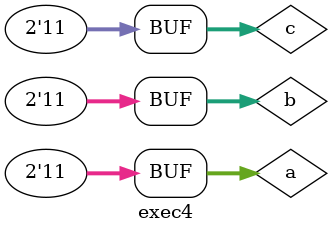
<source format=v>

module S1 ( output[1:0]a,
            input[1:0]b,
            input[1:0]c,
				input[1:0]d );
				
assign a = b & c & d;
endmodule

module S2 ( output[1:0]d,
            input[1:0]e,
            input[1:0]f );
				
assign d = e & f;
endmodule

module S3 ( output[1:0]g,
            input[1:0]h,
            input[1:0]i,
				input[1:0]k );
				
assign g = h & i & k;
endmodule

module S4 ( output[1:0]j,
            input[1:0]k,
            input[1:0]l,
				input[1:0]m );
				
assign j = k & l & m;
endmodule



//-- Porta OR

module S5 ( output[1:0]m,
            input[1:0]n,
            input[1:0]o );
				
assign m = n | o;
endmodule


//-- Porta XOR
module S6 ( output[1:0]p,
            input[1:0]q,
            input[1:0]r );
				
assign p = q ^ r;
endmodule

//-- Porta XNOR
module S7 ( output[1:0]s,
            input[1:0]t,
            input[1:0]u );
				
assign s = ~(t^u);
endmodule


//-- Porta NOR 
module S8 ( output[1:0]w,
            input[1:0]y,
            input[1:0]a );
				
assign w = ~(y|a);
endmodule


//-- Porta OR *4 Entradas * SAIDA FINAL
module S9 ( output[1:0]a,
            input[1:0]b,
				input[1:0]c,
            input[1:0]d,
            input[1:0]e );
				
assign a = b | c | d | e;
endmodule



module exec4;


reg	[1:0] a;//-- Entrada A
reg	[1:0] b;//-- Entrada B
reg	[1:0] c;//-- Chave 00/11
wire	[1:0] d;
wire	[1:0] e;
wire	[1:0] f;
wire	[1:0] g;
wire	[1:0] h;
wire	[1:0] i;
wire	[1:0] j;
wire	[1:0] k;
wire	[1:0] m;


S5 modulo5(d, a, b);//-- OR
S1 modulo1(e, d, ~c, ~c);//-- AND

S8 modulo8(f, a, b);//-- NOR
S2 modulo2(g, c, ~c);//-- AND

S6 modulo6(h, a, b);//-- XOR
S3 modulo3(i, h, c, ~c);//-- AND 

S7 modulo7(j, a, b);//-- XNOR
S4 modulo4(k, j, c, c);//--AND

S9 modulo9(m, k, i, g, e);//-- SAIDA

initial begin:start
c=2'b00; a=00; b=00;
end

initial begin 
$display("Miller - 449048"); 
$display("Guia 3 - Exercicio 4");
$display("Chave 00 = Porta OR");
$display("");
$monitor("Entradas %b e %b . Saida = %b ", a, b, m);
#1	a=2'b00; b=2'b01;
#1	a=2'b10; b=2'b01;
#1	a=2'b01; b=2'b01;
#1	a=2'b10; b=2'b00;
#1	a=2'b00; b=2'b11;
#1	a=2'b11; b=2'b01;
#1	a=2'b10; b=2'b10;
#1	a=2'b11; b=2'b11;
#1


$display("");
$display("Chave 01 = Porta NOR");
#2 c=2'b01; a=00; b=00;
$display("");
$monitor("Entradas %b e %b . Saida = %b ", a, b, m);
#2	a=2'b00; b=2'b01;
#2	a=2'b10; b=2'b01;
#2	a=2'b01; b=2'b01;
#2	a=2'b10; b=2'b00;
#2	a=2'b00; b=2'b11;
#2	a=2'b11; b=2'b01;
#2	a=2'b10; b=2'b10;
#2	a=2'b11; b=2'b11;
#2


$display("");
$display("Chave 10 = Porta XOR");
#3 c=2'b10; a=00; b=00;
$display("");
$monitor("Entradas %b e %b . Saida = %b ", a, b, m);
#3	a=2'b00; b=2'b01;
#3	a=2'b10; b=2'b01;
#3	a=2'b01; b=2'b01;
#3	a=2'b10; b=2'b00;
#3	a=2'b00; b=2'b11;
#3	a=2'b11; b=2'b01;
#3	a=2'b10; b=2'b10;
#3	a=2'b11; b=2'b11;
#3

$display("");
$display("Chave 11 = Porta XNOR");
#4 c=2'b11; a=00; b=00;
$display("");
$monitor("Entradas %b e %b . Saida = %b ", a, b, m);
#4	a=2'b00; b=2'b01;
#4	a=2'b10; b=2'b01;
#4	a=2'b01; b=2'b01;
#4	a=2'b10; b=2'b00;
#4	a=2'b00; b=2'b11;
#4	a=2'b11; b=2'b01;
#4	a=2'b10; b=2'b10;
#4	a=2'b11; b=2'b11;

end
endmodule

//-- Theldo deu erro nas portas 01 e 00, eu nao sei como que separa uma entrada de 2 bits
//-- para 2 saidas de 1 bit cada e depois juntar 2 saidas de 1 bit cada e formar uma de 2.
</source>
